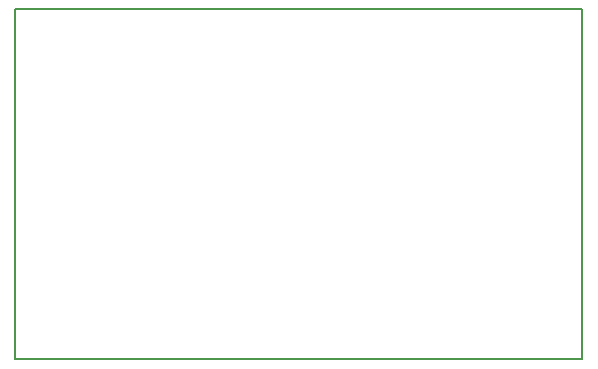
<source format=gko>
G04 Layer_Color=16711935*
%FSLAX24Y24*%
%MOIN*%
G70*
G01*
G75*
%ADD10C,0.0079*%
D10*
X17598Y31417D02*
Y43071D01*
X36496Y31417D02*
Y43071D01*
X17598Y31417D02*
X36496D01*
X17598Y43071D02*
X36496D01*
M02*

</source>
